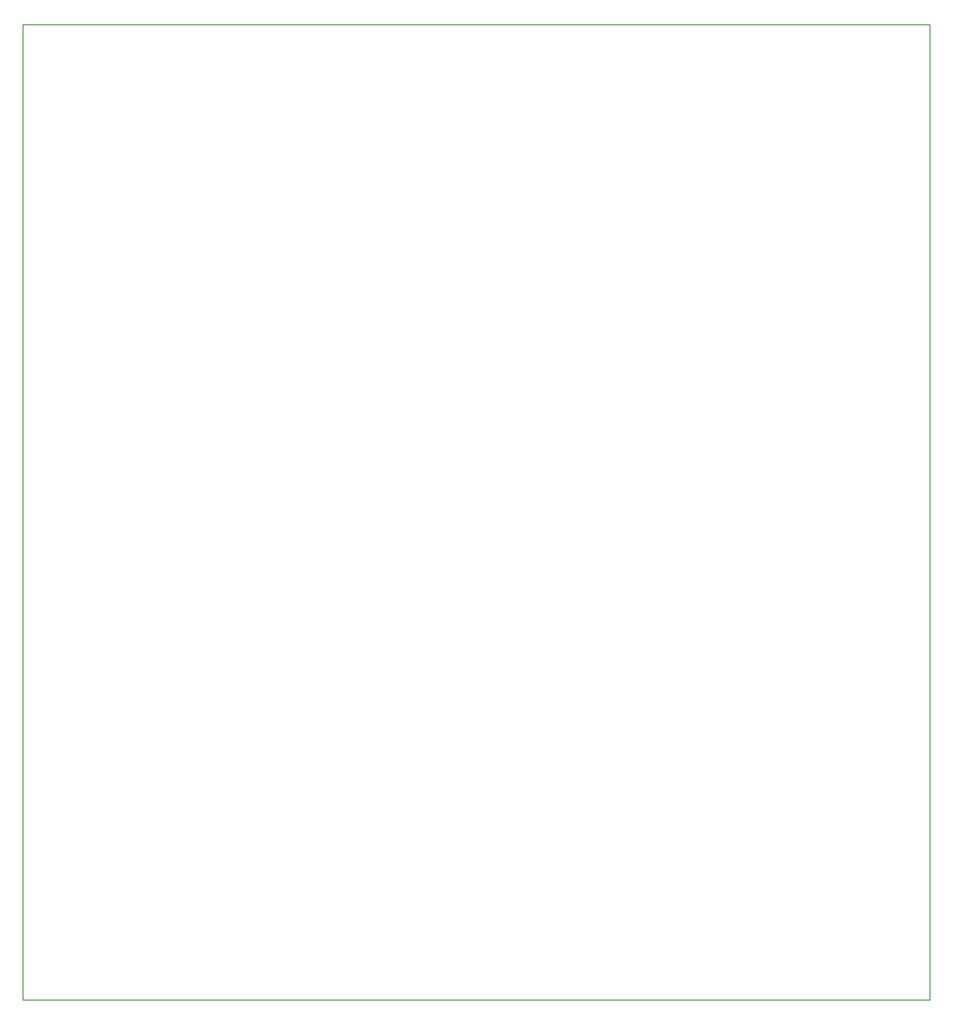
<source format=gbr>
%TF.GenerationSoftware,KiCad,Pcbnew,7.0.6*%
%TF.CreationDate,2023-08-08T10:34:27+01:00*%
%TF.ProjectId,ESP32Controller,45535033-3243-46f6-9e74-726f6c6c6572,rev?*%
%TF.SameCoordinates,Original*%
%TF.FileFunction,Profile,NP*%
%FSLAX46Y46*%
G04 Gerber Fmt 4.6, Leading zero omitted, Abs format (unit mm)*
G04 Created by KiCad (PCBNEW 7.0.6) date 2023-08-08 10:34:27*
%MOMM*%
%LPD*%
G01*
G04 APERTURE LIST*
%TA.AperFunction,Profile*%
%ADD10C,0.050000*%
%TD*%
G04 APERTURE END LIST*
D10*
X91440000Y-41910000D02*
X176530000Y-41910000D01*
X176530000Y-133350000D01*
X91440000Y-133350000D01*
X91440000Y-41910000D01*
M02*

</source>
